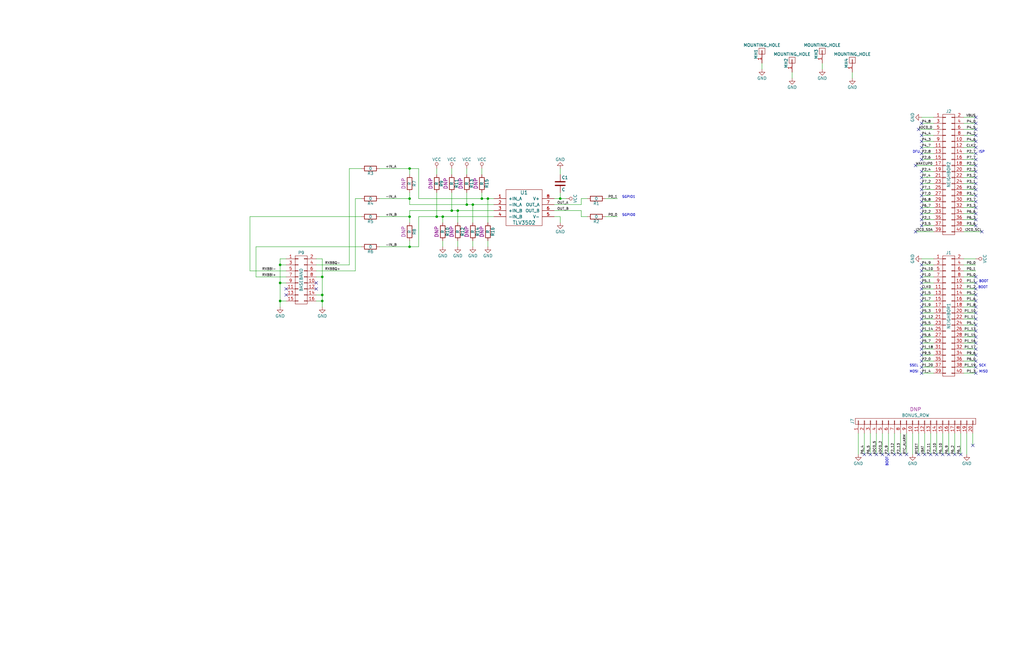
<source format=kicad_sch>
(kicad_sch (version 20230121) (generator eeschema)
  (paper "USLedger")
  (title_block (title "Quince") (date "2019-01-26") (company "Copyright 2019 Great Scott Gadgets") (comment 1 "License: BSD-3-Clause"))
  (lib_symbols
    (symbol "quince-rescue:C" (pin_numbers hide) (pin_names (offset 0.254))
      (property "Reference" "C" (at 0.635 2.54 0))
      (property "Value" "C" (at 0.635 -2.54 0))
      (symbol "C_0_1"
        (polyline (pts (xy -2.032 -0.762) (xy 2.032 -0.762)) (stroke (width 0.508)))
        (polyline (pts (xy -2.032 0.762) (xy 2.032 0.762)) (stroke (width 0.508)))
      )
      (symbol "C_1_1"
        (pin passive line (at 0 3.81 270) (length 2.794) (name "~") (number "1"))
        (pin passive line (at 0 -3.81 90) (length 2.794) (name "~") (number "2"))
      )
    )
    (symbol "quince-rescue:CONN_01X01" (pin_names (offset 1.016) hide)
      (property "Reference" "J" (at 0 2.54 0))
      (property "Value" "CONN_01X01" (at 2.54 0 90))
      (symbol "CONN_01X01_0_1"
        (rectangle (start -1.27 0.127) (end 0.254 -0.127))
        (rectangle (start -1.27 1.27) (end 1.27 -1.27))
      )
      (symbol "CONN_01X01_1_1"
        (pin passive line (at -5.08 0 0) (length 3.81) (name "P1") (number "1"))
      )
    )
    (symbol "quince-rescue:CONN_01X20" (pin_names (offset 1.016) hide)
      (property "Reference" "J" (at 0 26.67 0))
      (property "Value" "CONN_01X20" (at 2.54 0 90))
      (symbol "CONN_01X20_0_1"
        (rectangle (start -1.27 -25.4) (end 1.27 25.4))
        (rectangle (start -1.27 -24.003) (end 0.254 -24.257))
        (rectangle (start -1.27 -21.463) (end 0.254 -21.717))
        (rectangle (start -1.27 -18.923) (end 0.254 -19.177))
        (rectangle (start -1.27 -16.383) (end 0.254 -16.637))
        (rectangle (start -1.27 -13.843) (end 0.254 -14.097))
        (rectangle (start -1.27 -11.303) (end 0.254 -11.557))
        (rectangle (start -1.27 -8.763) (end 0.254 -9.017))
        (rectangle (start -1.27 -6.223) (end 0.254 -6.477))
        (rectangle (start -1.27 -3.683) (end 0.254 -3.937))
        (rectangle (start -1.27 -1.143) (end 0.254 -1.397))
        (rectangle (start -1.27 1.397) (end 0.254 1.143))
        (rectangle (start -1.27 3.937) (end 0.254 3.683))
        (rectangle (start -1.27 6.477) (end 0.254 6.223))
        (rectangle (start -1.27 9.017) (end 0.254 8.763))
        (rectangle (start -1.27 11.557) (end 0.254 11.303))
        (rectangle (start -1.27 14.097) (end 0.254 13.843))
        (rectangle (start -1.27 16.637) (end 0.254 16.383))
        (rectangle (start -1.27 19.177) (end 0.254 18.923))
        (rectangle (start -1.27 21.717) (end 0.254 21.463))
        (rectangle (start -1.27 24.257) (end 0.254 24.003))
      )
      (symbol "CONN_01X20_1_1"
        (pin passive line (at -5.08 24.13 0) (length 3.81) (name "P1") (number "1"))
        (pin passive line (at -5.08 1.27 0) (length 3.81) (name "P10") (number "10"))
        (pin passive line (at -5.08 -1.27 0) (length 3.81) (name "P11") (number "11"))
        (pin passive line (at -5.08 -3.81 0) (length 3.81) (name "P12") (number "12"))
        (pin passive line (at -5.08 -6.35 0) (length 3.81) (name "P13") (number "13"))
        (pin passive line (at -5.08 -8.89 0) (length 3.81) (name "P14") (number "14"))
        (pin passive line (at -5.08 -11.43 0) (length 3.81) (name "P15") (number "15"))
        (pin passive line (at -5.08 -13.97 0) (length 3.81) (name "P16") (number "16"))
        (pin passive line (at -5.08 -16.51 0) (length 3.81) (name "P17") (number "17"))
        (pin passive line (at -5.08 -19.05 0) (length 3.81) (name "P18") (number "18"))
        (pin passive line (at -5.08 -21.59 0) (length 3.81) (name "P19") (number "19"))
        (pin passive line (at -5.08 21.59 0) (length 3.81) (name "P2") (number "2"))
        (pin passive line (at -5.08 -24.13 0) (length 3.81) (name "P20") (number "20"))
        (pin passive line (at -5.08 19.05 0) (length 3.81) (name "P3") (number "3"))
        (pin passive line (at -5.08 16.51 0) (length 3.81) (name "P4") (number "4"))
        (pin passive line (at -5.08 13.97 0) (length 3.81) (name "P5") (number "5"))
        (pin passive line (at -5.08 11.43 0) (length 3.81) (name "P6") (number "6"))
        (pin passive line (at -5.08 8.89 0) (length 3.81) (name "P7") (number "7"))
        (pin passive line (at -5.08 6.35 0) (length 3.81) (name "P8") (number "8"))
        (pin passive line (at -5.08 3.81 0) (length 3.81) (name "P9") (number "9"))
      )
    )
    (symbol "quince-rescue:CONN_02X08" (pin_names (offset 0.0254) hide)
      (property "Reference" "J" (at 0 11.43 0))
      (property "Value" "CONN_02X08" (at 0 0 90))
      (symbol "CONN_02X08_0_1"
        (rectangle (start -2.54 -8.763) (end -1.27 -9.017))
        (rectangle (start -2.54 -6.223) (end -1.27 -6.477))
        (rectangle (start -2.54 -3.683) (end -1.27 -3.937))
        (rectangle (start -2.54 -1.143) (end -1.27 -1.397))
        (rectangle (start -2.54 1.397) (end -1.27 1.143))
        (rectangle (start -2.54 3.937) (end -1.27 3.683))
        (rectangle (start -2.54 6.477) (end -1.27 6.223))
        (rectangle (start -2.54 9.017) (end -1.27 8.763))
        (rectangle (start -2.54 10.16) (end 2.54 -10.16))
        (rectangle (start 1.27 -8.763) (end 2.54 -9.017))
        (rectangle (start 1.27 -6.223) (end 2.54 -6.477))
        (rectangle (start 1.27 -3.683) (end 2.54 -3.937))
        (rectangle (start 1.27 -1.143) (end 2.54 -1.397))
        (rectangle (start 1.27 1.397) (end 2.54 1.143))
        (rectangle (start 1.27 3.937) (end 2.54 3.683))
        (rectangle (start 1.27 6.477) (end 2.54 6.223))
        (rectangle (start 1.27 9.017) (end 2.54 8.763))
      )
      (symbol "CONN_02X08_1_1"
        (pin passive line (at -6.35 8.89 0) (length 3.81) (name "P1") (number "1"))
        (pin passive line (at 6.35 -1.27 180) (length 3.81) (name "P10") (number "10"))
        (pin passive line (at -6.35 -3.81 0) (length 3.81) (name "P11") (number "11"))
        (pin passive line (at 6.35 -3.81 180) (length 3.81) (name "P12") (number "12"))
        (pin passive line (at -6.35 -6.35 0) (length 3.81) (name "P13") (number "13"))
        (pin passive line (at 6.35 -6.35 180) (length 3.81) (name "P14") (number "14"))
        (pin passive line (at -6.35 -8.89 0) (length 3.81) (name "P15") (number "15"))
        (pin passive line (at 6.35 -8.89 180) (length 3.81) (name "P16") (number "16"))
        (pin passive line (at 6.35 8.89 180) (length 3.81) (name "P2") (number "2"))
        (pin passive line (at -6.35 6.35 0) (length 3.81) (name "P3") (number "3"))
        (pin passive line (at 6.35 6.35 180) (length 3.81) (name "P4") (number "4"))
        (pin passive line (at -6.35 3.81 0) (length 3.81) (name "P5") (number "5"))
        (pin passive line (at 6.35 3.81 180) (length 3.81) (name "P6") (number "6"))
        (pin passive line (at -6.35 1.27 0) (length 3.81) (name "P7") (number "7"))
        (pin passive line (at 6.35 1.27 180) (length 3.81) (name "P8") (number "8"))
        (pin passive line (at -6.35 -1.27 0) (length 3.81) (name "P9") (number "9"))
      )
    )
    (symbol "quince-rescue:CONN_02X20" (pin_names (offset 0.0254) hide)
      (property "Reference" "J" (at 0 26.67 0))
      (property "Value" "CONN_02X20" (at 0 0 90))
      (symbol "CONN_02X20_0_1"
        (rectangle (start -2.54 -24.003) (end -1.27 -24.257))
        (rectangle (start -2.54 -21.463) (end -1.27 -21.717))
        (rectangle (start -2.54 -18.923) (end -1.27 -19.177))
        (rectangle (start -2.54 -16.383) (end -1.27 -16.637))
        (rectangle (start -2.54 -13.843) (end -1.27 -14.097))
        (rectangle (start -2.54 -11.303) (end -1.27 -11.557))
        (rectangle (start -2.54 -8.763) (end -1.27 -9.017))
        (rectangle (start -2.54 -6.223) (end -1.27 -6.477))
        (rectangle (start -2.54 -3.683) (end -1.27 -3.937))
        (rectangle (start -2.54 -1.143) (end -1.27 -1.397))
        (rectangle (start -2.54 1.397) (end -1.27 1.143))
        (rectangle (start -2.54 3.937) (end -1.27 3.683))
        (rectangle (start -2.54 6.477) (end -1.27 6.223))
        (rectangle (start -2.54 9.017) (end -1.27 8.763))
        (rectangle (start -2.54 11.557) (end -1.27 11.303))
        (rectangle (start -2.54 14.097) (end -1.27 13.843))
        (rectangle (start -2.54 16.637) (end -1.27 16.383))
        (rectangle (start -2.54 19.177) (end -1.27 18.923))
        (rectangle (start -2.54 21.717) (end -1.27 21.463))
        (rectangle (start -2.54 24.257) (end -1.27 24.003))
        (rectangle (start -2.54 25.4) (end 2.54 -25.4))
        (rectangle (start 1.27 -24.003) (end 2.54 -24.257))
        (rectangle (start 1.27 -21.463) (end 2.54 -21.717))
        (rectangle (start 1.27 -18.923) (end 2.54 -19.177))
        (rectangle (start 1.27 -16.383) (end 2.54 -16.637))
        (rectangle (start 1.27 -13.843) (end 2.54 -14.097))
        (rectangle (start 1.27 -11.303) (end 2.54 -11.557))
        (rectangle (start 1.27 -8.763) (end 2.54 -9.017))
        (rectangle (start 1.27 -6.223) (end 2.54 -6.477))
        (rectangle (start 1.27 -3.683) (end 2.54 -3.937))
        (rectangle (start 1.27 -1.143) (end 2.54 -1.397))
        (rectangle (start 1.27 1.397) (end 2.54 1.143))
        (rectangle (start 1.27 3.937) (end 2.54 3.683))
        (rectangle (start 1.27 6.477) (end 2.54 6.223))
        (rectangle (start 1.27 9.017) (end 2.54 8.763))
        (rectangle (start 1.27 11.557) (end 2.54 11.303))
        (rectangle (start 1.27 14.097) (end 2.54 13.843))
        (rectangle (start 1.27 16.637) (end 2.54 16.383))
        (rectangle (start 1.27 19.177) (end 2.54 18.923))
        (rectangle (start 1.27 21.717) (end 2.54 21.463))
        (rectangle (start 1.27 24.257) (end 2.54 24.003))
      )
      (symbol "CONN_02X20_1_1"
        (pin passive line (at -6.35 24.13 0) (length 3.81) (name "P1") (number "1"))
        (pin passive line (at 6.35 13.97 180) (length 3.81) (name "P10") (number "10"))
        (pin passive line (at -6.35 11.43 0) (length 3.81) (name "P11") (number "11"))
        (pin passive line (at 6.35 11.43 180) (length 3.81) (name "P12") (number "12"))
        (pin passive line (at -6.35 8.89 0) (length 3.81) (name "P13") (number "13"))
        (pin passive line (at 6.35 8.89 180) (length 3.81) (name "P14") (number "14"))
        (pin passive line (at -6.35 6.35 0) (length 3.81) (name "P15") (number "15"))
        (pin passive line (at 6.35 6.35 180) (length 3.81) (name "P16") (number "16"))
        (pin passive line (at -6.35 3.81 0) (length 3.81) (name "P17") (number "17"))
        (pin passive line (at 6.35 3.81 180) (length 3.81) (name "P18") (number "18"))
        (pin passive line (at -6.35 1.27 0) (length 3.81) (name "P19") (number "19"))
        (pin passive line (at 6.35 24.13 180) (length 3.81) (name "P2") (number "2"))
        (pin passive line (at 6.35 1.27 180) (length 3.81) (name "P20") (number "20"))
        (pin passive line (at -6.35 -1.27 0) (length 3.81) (name "P21") (number "21"))
        (pin passive line (at 6.35 -1.27 180) (length 3.81) (name "P22") (number "22"))
        (pin passive line (at -6.35 -3.81 0) (length 3.81) (name "P23") (number "23"))
        (pin passive line (at 6.35 -3.81 180) (length 3.81) (name "P24") (number "24"))
        (pin passive line (at -6.35 -6.35 0) (length 3.81) (name "P25") (number "25"))
        (pin passive line (at 6.35 -6.35 180) (length 3.81) (name "P26") (number "26"))
        (pin passive line (at -6.35 -8.89 0) (length 3.81) (name "P27") (number "27"))
        (pin passive line (at 6.35 -8.89 180) (length 3.81) (name "P28") (number "28"))
        (pin passive line (at -6.35 -11.43 0) (length 3.81) (name "P29") (number "29"))
        (pin passive line (at -6.35 21.59 0) (length 3.81) (name "P3") (number "3"))
        (pin passive line (at 6.35 -11.43 180) (length 3.81) (name "P30") (number "30"))
        (pin passive line (at -6.35 -13.97 0) (length 3.81) (name "P31") (number "31"))
        (pin passive line (at 6.35 -13.97 180) (length 3.81) (name "P32") (number "32"))
        (pin passive line (at -6.35 -16.51 0) (length 3.81) (name "P33") (number "33"))
        (pin passive line (at 6.35 -16.51 180) (length 3.81) (name "P34") (number "34"))
        (pin passive line (at -6.35 -19.05 0) (length 3.81) (name "P35") (number "35"))
        (pin passive line (at 6.35 -19.05 180) (length 3.81) (name "P36") (number "36"))
        (pin passive line (at -6.35 -21.59 0) (length 3.81) (name "P37") (number "37"))
        (pin passive line (at 6.35 -21.59 180) (length 3.81) (name "P38") (number "38"))
        (pin passive line (at -6.35 -24.13 0) (length 3.81) (name "P39") (number "39"))
        (pin passive line (at 6.35 21.59 180) (length 3.81) (name "P4") (number "4"))
        (pin passive line (at 6.35 -24.13 180) (length 3.81) (name "P40") (number "40"))
        (pin passive line (at -6.35 19.05 0) (length 3.81) (name "P5") (number "5"))
        (pin passive line (at 6.35 19.05 180) (length 3.81) (name "P6") (number "6"))
        (pin passive line (at -6.35 16.51 0) (length 3.81) (name "P7") (number "7"))
        (pin passive line (at 6.35 16.51 180) (length 3.81) (name "P8") (number "8"))
        (pin passive line (at -6.35 13.97 0) (length 3.81) (name "P9") (number "9"))
      )
    )
    (symbol "quince-rescue:GND" (power) (pin_names (offset 0))
      (property "Value" "GND" (at 0 -3.81 0))
      (symbol "GND_0_1"
        (polyline (pts (xy 0 0) (xy 0 -1.27) (xy 1.27 -1.27) (xy 0 -2.54) (xy -1.27 -1.27) (xy 0 -1.27)))
      )
      (symbol "GND_1_1"
        (pin power_in line (at 0 0 270) (length 0) hide (name "GND") (number "1"))
      )
    )
    (symbol "quince-rescue:R" (pin_numbers hide) (pin_names (offset 0))
      (property "Reference" "R" (at 2.032 0 90))
      (property "Value" "R" (at 0 0 90))
      (symbol "R_0_1"
        (rectangle (start -1.016 -2.54) (end 1.016 2.54) (stroke (width 0.254)))
      )
      (symbol "R_1_1"
        (pin passive line (at 0 3.81 270) (length 1.27) (name "~") (number "1"))
        (pin passive line (at 0 -3.81 90) (length 1.27) (name "~") (number "2"))
      )
    )
    (symbol "quince-rescue:TLV3502" (pin_names (offset 1.016))
      (property "Reference" "U" (at 0 6.35 0))
      (property "Value" "TLV3502" (at 0 -6.35 0))
      (symbol "TLV3502_0_1"
        (rectangle (start -7.62 7.62) (end 7.62 -7.62))
      )
      (symbol "TLV3502_1_1"
        (pin input line (at -12.7 3.81 0) (length 5.08) (name "+IN_A") (number "1"))
        (pin input line (at -12.7 1.27 0) (length 5.08) (name "-IN_A") (number "2"))
        (pin input line (at -12.7 -1.27 0) (length 5.08) (name "+IN_B") (number "3"))
        (pin input line (at -12.7 -3.81 0) (length 5.08) (name "-IN_B") (number "4"))
        (pin power_in line (at 12.7 -3.81 180) (length 5.08) (name "V-") (number "5"))
        (pin output line (at 12.7 -1.27 180) (length 5.08) (name "OUT_B") (number "6"))
        (pin output line (at 12.7 1.27 180) (length 5.08) (name "OUT_A") (number "7"))
        (pin power_in line (at 12.7 3.81 180) (length 5.08) (name "V+") (number "8"))
      )
    )
    (symbol "quince-rescue:VCC" (power) (pin_names (offset 0))
      (property "Value" "VCC" (at 0 3.81 0))
      (symbol "VCC_0_1"
        (polyline (pts (xy 0 0) (xy 0 1.27)))
        (circle (center 0 1.905) (radius 0.635))
      )
      (symbol "VCC_1_1"
        (pin power_in line (at 0 0 90) (length 0) hide (name "VCC") (number "1"))
      )
    )
  )
  (junction (at 172.72 83.82))
  (junction (at 172.72 71.12))
  (junction (at 172.72 104.14))
  (junction (at 199.39 86.36))
  (junction (at 193.04 88.9))
  (junction (at 190.5 88.9))
  (junction (at 203.2 83.82))
  (junction (at 186.69 91.44))
  (junction (at 172.72 91.44))
  (junction (at 184.15 91.44))
  (junction (at 135.89 124.46))
  (junction (at 205.74 83.82))
  (junction (at 135.89 127))
  (junction (at 236.22 83.82))
  (junction (at 196.85 86.36))
  (junction (at 135.89 116.84))
  (junction (at 118.11 127))
  (junction (at 118.11 111.76))
  (junction (at 118.11 119.38))
  (no_connect (at 369.57 191.77))
  (no_connect (at 411.48 157.48))
  (no_connect (at 411.48 67.31))
  (no_connect (at 392.43 191.77))
  (no_connect (at 411.48 152.4))
  (no_connect (at 411.48 80.01))
  (no_connect (at 388.62 52.07))
  (no_connect (at 388.62 147.32))
  (no_connect (at 388.62 72.39))
  (no_connect (at 400.05 191.77))
  (no_connect (at 133.35 121.92))
  (no_connect (at 387.35 54.61))
  (no_connect (at 388.62 67.31))
  (no_connect (at 388.62 124.46))
  (no_connect (at 411.48 137.16))
  (no_connect (at 411.48 64.77))
  (no_connect (at 411.48 116.84))
  (no_connect (at 411.48 129.54))
  (no_connect (at 411.48 144.78))
  (no_connect (at 388.62 129.54))
  (no_connect (at 388.62 77.47))
  (no_connect (at 411.48 154.94))
  (no_connect (at 411.48 92.71))
  (no_connect (at 411.48 132.08))
  (no_connect (at 411.48 69.85))
  (no_connect (at 388.62 62.23))
  (no_connect (at 388.62 80.01))
  (no_connect (at 411.48 127))
  (no_connect (at 411.48 147.32))
  (no_connect (at 411.48 59.69))
  (no_connect (at 388.62 57.15))
  (no_connect (at 410.21 187.96))
  (no_connect (at 411.48 82.55))
  (no_connect (at 386.08 69.85))
  (no_connect (at 388.62 137.16))
  (no_connect (at 377.19 191.77))
  (no_connect (at 411.48 121.92))
  (no_connect (at 411.48 74.93))
  (no_connect (at 411.48 142.24))
  (no_connect (at 388.62 134.62))
  (no_connect (at 374.65 191.77))
  (no_connect (at 411.48 72.39))
  (no_connect (at 388.62 139.7))
  (no_connect (at 388.62 82.55))
  (no_connect (at 133.35 119.38))
  (no_connect (at 411.48 52.07))
  (no_connect (at 388.62 152.4))
  (no_connect (at 364.49 191.77))
  (no_connect (at 388.62 119.38))
  (no_connect (at 388.62 114.3))
  (no_connect (at 388.62 64.77))
  (no_connect (at 386.08 97.79))
  (no_connect (at 411.48 124.46))
  (no_connect (at 388.62 87.63))
  (no_connect (at 388.62 149.86))
  (no_connect (at 387.35 191.77))
  (no_connect (at 402.59 191.77))
  (no_connect (at 388.62 59.69))
  (no_connect (at 411.48 95.25))
  (no_connect (at 372.11 191.77))
  (no_connect (at 388.62 85.09))
  (no_connect (at 411.48 134.62))
  (no_connect (at 394.97 191.77))
  (no_connect (at 388.62 132.08))
  (no_connect (at 411.48 54.61))
  (no_connect (at 388.62 92.71))
  (no_connect (at 120.65 124.46))
  (no_connect (at 411.48 77.47))
  (no_connect (at 411.48 119.38))
  (no_connect (at 414.02 97.79))
  (no_connect (at 411.48 149.86))
  (no_connect (at 405.13 191.77))
  (no_connect (at 411.48 62.23))
  (no_connect (at 397.51 191.77))
  (no_connect (at 388.62 154.94))
  (no_connect (at 388.62 95.25))
  (no_connect (at 388.62 127))
  (no_connect (at 411.48 49.53))
  (no_connect (at 388.62 144.78))
  (no_connect (at 388.62 142.24))
  (no_connect (at 411.48 139.7))
  (no_connect (at 411.48 90.17))
  (no_connect (at 411.48 57.15))
  (no_connect (at 411.48 87.63))
  (no_connect (at 367.03 191.77))
  (no_connect (at 388.62 121.92))
  (no_connect (at 388.62 157.48))
  (no_connect (at 388.62 116.84))
  (no_connect (at 388.62 74.93))
  (no_connect (at 120.65 121.92))
  (no_connect (at 411.48 85.09))
  (no_connect (at 389.89 191.77))
  (no_connect (at 382.27 191.77))
  (no_connect (at 388.62 90.17))
  (no_connect (at 388.62 111.76))
  (no_connect (at 379.73 191.77))
  (wire (pts (xy 172.72 104.14) (xy 172.72 101.6)))
  (wire (pts (xy 411.48 74.93) (xy 406.4 74.93)))
  (wire (pts (xy 388.62 114.3) (xy 393.7 114.3)))
  (wire (pts (xy 118.11 111.76) (xy 118.11 119.38)))
  (wire (pts (xy 118.11 109.22) (xy 118.11 111.76)))
  (wire (pts (xy 388.62 74.93) (xy 393.7 74.93)))
  (wire (pts (xy 193.04 101.6) (xy 193.04 104.14)))
  (wire (pts (xy 411.48 92.71) (xy 406.4 92.71)))
  (wire (pts (xy 406.4 95.25) (xy 411.48 95.25)))
  (wire (pts (xy 160.02 104.14) (xy 172.72 104.14)))
  (wire (pts (xy 361.95 191.77) (xy 361.95 182.88)))
  (wire (pts (xy 233.68 83.82) (xy 236.22 83.82)))
  (wire (pts (xy 387.35 54.61) (xy 393.7 54.61)))
  (wire (pts (xy 107.95 116.84) (xy 120.65 116.84)))
  (wire (pts (xy 411.48 77.47) (xy 406.4 77.47)))
  (wire (pts (xy 411.48 72.39) (xy 406.4 72.39)))
  (wire (pts (xy 321.31 26.67) (xy 321.31 29.21)))
  (wire (pts (xy 120.65 119.38) (xy 118.11 119.38)))
  (wire (pts (xy 411.48 82.55) (xy 406.4 82.55)))
  (wire (pts (xy 411.48 64.77) (xy 406.4 64.77)))
  (wire (pts (xy 411.48 80.01) (xy 406.4 80.01)))
  (wire (pts (xy 411.48 85.09) (xy 406.4 85.09)))
  (wire (pts (xy 382.27 191.77) (xy 382.27 182.88)))
  (wire (pts (xy 172.72 71.12) (xy 172.72 73.66)))
  (wire (pts (xy 388.62 134.62) (xy 393.7 134.62)))
  (wire (pts (xy 172.72 88.9) (xy 172.72 91.44)))
  (wire (pts (xy 193.04 88.9) (xy 193.04 93.98)))
  (wire (pts (xy 393.7 92.71) (xy 388.62 92.71)))
  (wire (pts (xy 203.2 83.82) (xy 205.74 83.82)))
  (wire (pts (xy 236.22 91.44) (xy 236.22 93.98)))
  (wire (pts (xy 393.7 82.55) (xy 388.62 82.55)))
  (wire (pts (xy 411.48 132.08) (xy 406.4 132.08)))
  (wire (pts (xy 388.62 95.25) (xy 393.7 95.25)))
  (wire (pts (xy 388.62 49.53) (xy 393.7 49.53)))
  (wire (pts (xy 196.85 71.12) (xy 196.85 73.66)))
  (wire (pts (xy 172.72 88.9) (xy 190.5 88.9)))
  (wire (pts (xy 406.4 134.62) (xy 411.48 134.62)))
  (wire (pts (xy 411.48 137.16) (xy 406.4 137.16)))
  (wire (pts (xy 107.95 104.14) (xy 107.95 116.84)))
  (wire (pts (xy 255.27 83.82) (xy 260.35 83.82)))
  (wire (pts (xy 172.72 71.12) (xy 176.53 71.12)))
  (wire (pts (xy 236.22 83.82) (xy 238.76 83.82)))
  (wire (pts (xy 367.03 191.77) (xy 367.03 182.88)))
  (wire (pts (xy 133.35 109.22) (xy 135.89 109.22)))
  (wire (pts (xy 196.85 86.36) (xy 196.85 81.28)))
  (wire (pts (xy 411.48 49.53) (xy 406.4 49.53)))
  (wire (pts (xy 411.48 116.84) (xy 406.4 116.84)))
  (wire (pts (xy 184.15 71.12) (xy 184.15 73.66)))
  (wire (pts (xy 135.89 109.22) (xy 135.89 116.84)))
  (wire (pts (xy 205.74 83.82) (xy 208.28 83.82)))
  (wire (pts (xy 245.11 88.9) (xy 245.11 91.44)))
  (wire (pts (xy 388.62 77.47) (xy 393.7 77.47)))
  (wire (pts (xy 160.02 91.44) (xy 172.72 91.44)))
  (wire (pts (xy 184.15 91.44) (xy 184.15 81.28)))
  (wire (pts (xy 120.65 127) (xy 118.11 127)))
  (wire (pts (xy 172.72 104.14) (xy 176.53 104.14)))
  (wire (pts (xy 135.89 124.46) (xy 135.89 127)))
  (wire (pts (xy 393.7 97.79) (xy 386.08 97.79)))
  (wire (pts (xy 236.22 73.66) (xy 236.22 71.12)))
  (wire (pts (xy 388.62 109.22) (xy 393.7 109.22)))
  (wire (pts (xy 406.4 114.3) (xy 411.48 114.3)))
  (wire (pts (xy 152.4 83.82) (xy 149.86 83.82)))
  (wire (pts (xy 255.27 91.44) (xy 260.35 91.44)))
  (wire (pts (xy 133.35 124.46) (xy 135.89 124.46)))
  (wire (pts (xy 203.2 71.12) (xy 203.2 73.66)))
  (wire (pts (xy 133.35 116.84) (xy 135.89 116.84)))
  (wire (pts (xy 133.35 127) (xy 135.89 127)))
  (wire (pts (xy 389.89 191.77) (xy 389.89 182.88)))
  (wire (pts (xy 411.48 59.69) (xy 406.4 59.69)))
  (wire (pts (xy 120.65 109.22) (xy 118.11 109.22)))
  (wire (pts (xy 105.41 91.44) (xy 105.41 114.3)))
  (wire (pts (xy 400.05 191.77) (xy 400.05 182.88)))
  (wire (pts (xy 176.53 104.14) (xy 176.53 91.44)))
  (wire (pts (xy 392.43 191.77) (xy 392.43 182.88)))
  (wire (pts (xy 388.62 152.4) (xy 393.7 152.4)))
  (wire (pts (xy 406.4 52.07) (xy 411.48 52.07)))
  (wire (pts (xy 411.48 152.4) (xy 406.4 152.4)))
  (wire (pts (xy 414.02 97.79) (xy 406.4 97.79)))
  (wire (pts (xy 147.32 111.76) (xy 133.35 111.76)))
  (wire (pts (xy 393.7 69.85) (xy 386.08 69.85)))
  (wire (pts (xy 118.11 119.38) (xy 118.11 127)))
  (wire (pts (xy 233.68 88.9) (xy 245.11 88.9)))
  (wire (pts (xy 397.51 191.77) (xy 397.51 182.88)))
  (wire (pts (xy 411.48 54.61) (xy 406.4 54.61)))
  (wire (pts (xy 406.4 139.7) (xy 411.48 139.7)))
  (wire (pts (xy 176.53 71.12) (xy 176.53 83.82)))
  (wire (pts (xy 411.48 121.92) (xy 406.4 121.92)))
  (wire (pts (xy 406.4 109.22) (xy 411.48 109.22)))
  (wire (pts (xy 149.86 114.3) (xy 133.35 114.3)))
  (wire (pts (xy 184.15 91.44) (xy 186.69 91.44)))
  (wire (pts (xy 411.48 62.23) (xy 406.4 62.23)))
  (wire (pts (xy 388.62 59.69) (xy 393.7 59.69)))
  (wire (pts (xy 135.89 127) (xy 135.89 129.54)))
  (wire (pts (xy 406.4 157.48) (xy 411.48 157.48)))
  (wire (pts (xy 388.62 52.07) (xy 393.7 52.07)))
  (wire (pts (xy 160.02 83.82) (xy 172.72 83.82)))
  (wire (pts (xy 205.74 101.6) (xy 205.74 104.14)))
  (wire (pts (xy 393.7 87.63) (xy 388.62 87.63)))
  (wire (pts (xy 388.62 137.16) (xy 393.7 137.16)))
  (wire (pts (xy 388.62 80.01) (xy 393.7 80.01)))
  (wire (pts (xy 190.5 88.9) (xy 190.5 81.28)))
  (wire (pts (xy 402.59 191.77) (xy 402.59 182.88)))
  (wire (pts (xy 236.22 81.28) (xy 236.22 83.82)))
  (wire (pts (xy 411.48 87.63) (xy 406.4 87.63)))
  (wire (pts (xy 388.62 154.94) (xy 393.7 154.94)))
  (wire (pts (xy 152.4 104.14) (xy 107.95 104.14)))
  (wire (pts (xy 205.74 83.82) (xy 205.74 93.98)))
  (wire (pts (xy 245.11 83.82) (xy 247.65 83.82)))
  (wire (pts (xy 233.68 86.36) (xy 245.11 86.36)))
  (wire (pts (xy 411.48 147.32) (xy 406.4 147.32)))
  (wire (pts (xy 176.53 91.44) (xy 184.15 91.44)))
  (wire (pts (xy 176.53 83.82) (xy 203.2 83.82)))
  (wire (pts (xy 377.19 191.77) (xy 377.19 182.88)))
  (wire (pts (xy 384.81 191.77) (xy 384.81 182.88)))
  (wire (pts (xy 405.13 191.77) (xy 405.13 182.88)))
  (wire (pts (xy 406.4 129.54) (xy 411.48 129.54)))
  (wire (pts (xy 193.04 88.9) (xy 208.28 88.9)))
  (wire (pts (xy 374.65 191.77) (xy 374.65 182.88)))
  (wire (pts (xy 393.7 157.48) (xy 388.62 157.48)))
  (wire (pts (xy 379.73 191.77) (xy 379.73 182.88)))
  (wire (pts (xy 388.62 147.32) (xy 393.7 147.32)))
  (wire (pts (xy 160.02 71.12) (xy 172.72 71.12)))
  (wire (pts (xy 388.62 119.38) (xy 393.7 119.38)))
  (wire (pts (xy 105.41 114.3) (xy 120.65 114.3)))
  (wire (pts (xy 410.21 187.96) (xy 410.21 182.88)))
  (wire (pts (xy 186.69 101.6) (xy 186.69 104.14)))
  (wire (pts (xy 394.97 191.77) (xy 394.97 182.88)))
  (wire (pts (xy 411.48 57.15) (xy 406.4 57.15)))
  (wire (pts (xy 199.39 101.6) (xy 199.39 104.14)))
  (wire (pts (xy 388.62 149.86) (xy 393.7 149.86)))
  (wire (pts (xy 388.62 129.54) (xy 393.7 129.54)))
  (wire (pts (xy 196.85 86.36) (xy 199.39 86.36)))
  (wire (pts (xy 149.86 83.82) (xy 149.86 114.3)))
  (wire (pts (xy 411.48 111.76) (xy 406.4 111.76)))
  (wire (pts (xy 406.4 144.78) (xy 411.48 144.78)))
  (wire (pts (xy 372.11 191.77) (xy 372.11 182.88)))
  (wire (pts (xy 388.62 85.09) (xy 393.7 85.09)))
  (wire (pts (xy 190.5 88.9) (xy 193.04 88.9)))
  (wire (pts (xy 393.7 57.15) (xy 388.62 57.15)))
  (wire (pts (xy 406.4 124.46) (xy 411.48 124.46)))
  (wire (pts (xy 186.69 91.44) (xy 208.28 91.44)))
  (wire (pts (xy 152.4 71.12) (xy 147.32 71.12)))
  (wire (pts (xy 120.65 111.76) (xy 118.11 111.76)))
  (wire (pts (xy 199.39 86.36) (xy 199.39 93.98)))
  (wire (pts (xy 388.62 139.7) (xy 393.7 139.7)))
  (wire (pts (xy 245.11 91.44) (xy 247.65 91.44)))
  (wire (pts (xy 152.4 91.44) (xy 105.41 91.44)))
  (wire (pts (xy 388.62 116.84) (xy 393.7 116.84)))
  (wire (pts (xy 411.48 142.24) (xy 406.4 142.24)))
  (wire (pts (xy 190.5 71.12) (xy 190.5 73.66)))
  (wire (pts (xy 388.62 67.31) (xy 393.7 67.31)))
  (wire (pts (xy 388.62 144.78) (xy 393.7 144.78)))
  (wire (pts (xy 199.39 86.36) (xy 208.28 86.36)))
  (wire (pts (xy 245.11 86.36) (xy 245.11 83.82)))
  (wire (pts (xy 359.41 30.48) (xy 359.41 33.02)))
  (wire (pts (xy 406.4 119.38) (xy 411.48 119.38)))
  (wire (pts (xy 118.11 127) (xy 118.11 129.54)))
  (wire (pts (xy 172.72 91.44) (xy 172.72 93.98)))
  (wire (pts (xy 388.62 64.77) (xy 393.7 64.77)))
  (wire (pts (xy 407.67 191.77) (xy 407.67 182.88)))
  (wire (pts (xy 369.57 191.77) (xy 369.57 182.88)))
  (wire (pts (xy 411.48 90.17) (xy 406.4 90.17)))
  (wire (pts (xy 233.68 91.44) (xy 236.22 91.44)))
  (wire (pts (xy 388.62 62.23) (xy 393.7 62.23)))
  (wire (pts (xy 411.48 67.31) (xy 406.4 67.31)))
  (wire (pts (xy 172.72 83.82) (xy 172.72 86.36)))
  (wire (pts (xy 203.2 83.82) (xy 203.2 81.28)))
  (wire (pts (xy 393.7 72.39) (xy 388.62 72.39)))
  (wire (pts (xy 186.69 91.44) (xy 186.69 93.98)))
  (wire (pts (xy 364.49 191.77) (xy 364.49 182.88)))
  (wire (pts (xy 147.32 71.12) (xy 147.32 111.76)))
  (wire (pts (xy 387.35 191.77) (xy 387.35 182.88)))
  (wire (pts (xy 388.62 132.08) (xy 393.7 132.08)))
  (wire (pts (xy 334.01 30.48) (xy 334.01 33.02)))
  (wire (pts (xy 406.4 149.86) (xy 411.48 149.86)))
  (wire (pts (xy 172.72 81.28) (xy 172.72 83.82)))
  (wire (pts (xy 388.62 142.24) (xy 393.7 142.24)))
  (wire (pts (xy 388.62 121.92) (xy 393.7 121.92)))
  (wire (pts (xy 411.48 69.85) (xy 406.4 69.85)))
  (wire (pts (xy 388.62 90.17) (xy 393.7 90.17)))
  (wire (pts (xy 388.62 124.46) (xy 393.7 124.46)))
  (wire (pts (xy 411.48 154.94) (xy 406.4 154.94)))
  (wire (pts (xy 388.62 111.76) (xy 393.7 111.76)))
  (wire (pts (xy 411.48 127) (xy 406.4 127)))
  (wire (pts (xy 346.71 26.67) (xy 346.71 29.21)))
  (wire (pts (xy 135.89 116.84) (xy 135.89 124.46)))
  (wire (pts (xy 388.62 127) (xy 393.7 127)))
  (wire (pts (xy 172.72 86.36) (xy 196.85 86.36)))
  (text "BOOT" (at 412.75 119.38 0) (effects (font (size 1.016 1.016)) (justify left bottom)))
  (text "SSEL" (at 387.35 154.94 0) (effects (font (size 1.016 1.016)) (justify right bottom)))
  (text "SGPIO1" (at 267.97 83.82 0) (effects (font (size 1.016 1.016)) (justify right bottom)))
  (text "MOSI" (at 387.35 157.48 0) (effects (font (size 1.016 1.016)) (justify right bottom)))
  (text "DFU" (at 384.81 64.77 0) (effects (font (size 1.016 1.016)) (justify left bottom)))
  (text "MISO" (at 412.75 157.48 0) (effects (font (size 1.016 1.016)) (justify left bottom)))
  (text "SGPIO0" (at 267.97 91.44 0) (effects (font (size 1.016 1.016)) (justify right bottom)))
  (text "BOOT" (at 416.56 121.92 0) (effects (font (size 1.016 1.016)) (justify right bottom)))
  (text "BOOT" (at 374.65 196.85 90) (effects (font (size 1.016 1.016)) (justify left bottom)))
  (text "ISP" (at 415.29 64.77 0) (effects (font (size 1.016 1.016)) (justify right bottom)))
  (text "SCK" (at 412.75 154.94 0) (effects (font (size 1.016 1.016)) (justify left bottom)))
  (label "RTC_ALARM" (at 382.27 191.77 90) (effects (font (size 1.016 1.016))))
  (label "ADC0_2" (at 372.11 191.77 90) (effects (font (size 1.016 1.016))))
  (label "P1_6" (at 411.48 127 180) (effects (font (size 1.016 1.016))))
  (label "P1_1" (at 411.48 119.38 180) (effects (font (size 1.016 1.016))))
  (label "P5_0" (at 411.48 116.84 180) (effects (font (size 1.016 1.016))))
  (label "P1_17" (at 411.48 147.32 180) (effects (font (size 1.016 1.016))))
  (label "P2_6" (at 388.62 67.31 0) (effects (font (size 1.016 1.016))))
  (label "P7_2" (at 388.62 77.47 0) (effects (font (size 1.016 1.016))))
  (label "P4_5" (at 411.48 54.61 180) (effects (font (size 1.016 1.016))))
  (label "P2_10" (at 394.97 191.77 90) (effects (font (size 1.016 1.016))))
  (label "P2_5" (at 411.48 69.85 180) (effects (font (size 1.016 1.016))))
  (label "P1_13" (at 411.48 139.7 180) (effects (font (size 1.016 1.016))))
  (label "P0_0" (at 260.35 91.44 180) (effects (font (size 1.016 1.016))))
  (label "P5_5" (at 388.62 137.16 0) (effects (font (size 1.016 1.016))))
  (label "P5_7" (at 388.62 144.78 0) (effects (font (size 1.016 1.016))))
  (label "P6_10" (at 397.51 191.77 90) (effects (font (size 1.016 1.016))))
  (label "P2_0" (at 388.62 152.4 0) (effects (font (size 1.016 1.016))))
  (label "P1_9" (at 388.62 129.54 0) (effects (font (size 1.016 1.016))))
  (label "ADC0_5" (at 369.57 191.77 90) (effects (font (size 1.016 1.016))))
  (label "RESET" (at 387.35 191.77 90) (effects (font (size 1.016 1.016))))
  (label "P7_1" (at 388.62 80.01 0) (effects (font (size 1.016 1.016))))
  (label "P4_7" (at 388.62 62.23 0) (effects (font (size 1.016 1.016))))
  (label "P6_2" (at 402.59 191.77 90) (effects (font (size 1.016 1.016))))
  (label "P5_2" (at 411.48 124.46 180) (effects (font (size 1.016 1.016))))
  (label "P4_10" (at 388.62 114.3 0) (effects (font (size 1.016 1.016))))
  (label "P3_2" (at 411.48 74.93 180) (effects (font (size 1.016 1.016))))
  (label "P0_1" (at 411.48 114.3 180) (effects (font (size 1.016 1.016))))
  (label "P5_6" (at 388.62 142.24 0) (effects (font (size 1.016 1.016))))
  (label "RXBBQ+" (at 143.51 114.3 180) (effects (font (size 1.016 1.016))))
  (label "PF_4" (at 388.62 74.93 0) (effects (font (size 1.016 1.016))))
  (label "P1_16" (at 411.48 144.78 180) (effects (font (size 1.016 1.016))))
  (label "P2_11" (at 392.43 191.77 90) (effects (font (size 1.016 1.016))))
  (label "P3_3" (at 411.48 87.63 180) (effects (font (size 1.016 1.016))))
  (label "P6_1" (at 405.13 191.77 90) (effects (font (size 1.016 1.016))))
  (label "P4_3" (at 388.62 59.69 0) (effects (font (size 1.016 1.016))))
  (label "-IN_A" (at 162.56 83.82 0) (effects (font (size 1.016 1.016))))
  (label "RXBBI+" (at 110.49 116.84 0) (effects (font (size 1.016 1.016))))
  (label "P2_8" (at 388.62 64.77 0) (effects (font (size 1.016 1.016))))
  (label "P3_7" (at 411.48 85.09 180) (effects (font (size 1.016 1.016))))
  (label "I2C0_SDA" (at 386.08 97.79 0) (effects (font (size 1.016 1.016))))
  (label "P3_0" (at 411.48 80.01 180) (effects (font (size 1.016 1.016))))
  (label "P6_5" (at 367.03 191.77 90) (effects (font (size 1.016 1.016))))
  (label "P5_1" (at 388.62 119.38 0) (effects (font (size 1.016 1.016))))
  (label "P6_8" (at 388.62 85.09 0) (effects (font (size 1.016 1.016))))
  (label "P1_19" (at 411.48 154.94 180) (effects (font (size 1.016 1.016))))
  (label "P4_0" (at 411.48 52.07 180) (effects (font (size 1.016 1.016))))
  (label "P2_7" (at 411.48 64.77 180) (effects (font (size 1.016 1.016))))
  (label "P1_8" (at 411.48 129.54 180) (effects (font (size 1.016 1.016))))
  (label "P2_1" (at 388.62 92.71 0) (effects (font (size 1.016 1.016))))
  (label "P5_3" (at 388.62 132.08 0) (effects (font (size 1.016 1.016))))
  (label "-IN_B" (at 162.56 104.14 0) (effects (font (size 1.016 1.016))))
  (label "P1_2" (at 411.48 121.92 180) (effects (font (size 1.016 1.016))))
  (label "P1_3" (at 411.48 157.48 180) (effects (font (size 1.016 1.016))))
  (label "P1_14" (at 388.62 139.7 0) (effects (font (size 1.016 1.016))))
  (label "P4_9" (at 388.62 111.76 0) (effects (font (size 1.016 1.016))))
  (label "P6_6" (at 411.48 90.17 180) (effects (font (size 1.016 1.016))))
  (label "ADC0_0" (at 387.35 54.61 0) (effects (font (size 1.016 1.016))))
  (label "P1_20" (at 388.62 154.94 0) (effects (font (size 1.016 1.016))))
  (label "P6_3" (at 411.48 92.71 180) (effects (font (size 1.016 1.016))))
  (label "P1_4" (at 388.62 157.48 0) (effects (font (size 1.016 1.016))))
  (label "P4_2" (at 411.48 57.15 180) (effects (font (size 1.016 1.016))))
  (label "P2_4" (at 388.62 72.39 0) (effects (font (size 1.016 1.016))))
  (label "OUT_A" (at 234.95 86.36 0) (effects (font (size 1.016 1.016))))
  (label "P0_0" (at 411.48 111.76 180) (effects (font (size 1.016 1.016))))
  (label "CLK2" (at 411.48 62.23 180) (effects (font (size 1.016 1.016))))
  (label "P6_0" (at 411.48 152.4 180) (effects (font (size 1.016 1.016))))
  (label "OUT_B" (at 234.95 88.9 0) (effects (font (size 1.016 1.016))))
  (label "VBUS" (at 411.48 49.53 180) (effects (font (size 1.016 1.016))))
  (label "P3_4" (at 411.48 82.55 180) (effects (font (size 1.016 1.016))))
  (label "P2_3" (at 411.48 72.39 180) (effects (font (size 1.016 1.016))))
  (label "P1_12" (at 388.62 134.62 0) (effects (font (size 1.016 1.016))))
  (label "P3_6" (at 411.48 95.25 180) (effects (font (size 1.016 1.016))))
  (label "P0_1" (at 260.35 83.82 180) (effects (font (size 1.016 1.016))))
  (label "P1_0" (at 388.62 116.84 0) (effects (font (size 1.016 1.016))))
  (label "P3_1" (at 411.48 77.47 180) (effects (font (size 1.016 1.016))))
  (label "P4_4" (at 388.62 57.15 0) (effects (font (size 1.016 1.016))))
  (label "P1_10" (at 411.48 132.08 180) (effects (font (size 1.016 1.016))))
  (label "P4_8" (at 388.62 52.07 0) (effects (font (size 1.016 1.016))))
  (label "P2_13" (at 379.73 191.77 90) (effects (font (size 1.016 1.016))))
  (label "+IN_A" (at 162.56 71.12 0) (effects (font (size 1.016 1.016))))
  (label "P2_9" (at 374.65 191.77 90) (effects (font (size 1.016 1.016))))
  (label "P6_9" (at 400.05 191.77 90) (effects (font (size 1.016 1.016))))
  (label "P1_7" (at 388.62 127 0) (effects (font (size 1.016 1.016))))
  (label "CLK0" (at 388.62 121.92 0) (effects (font (size 1.016 1.016))))
  (label "P2_2" (at 388.62 90.17 0) (effects (font (size 1.016 1.016))))
  (label "P1_11" (at 411.48 134.62 180) (effects (font (size 1.016 1.016))))
  (label "P4_6" (at 411.48 59.69 180) (effects (font (size 1.016 1.016))))
  (label "P6_7" (at 388.62 87.63 0) (effects (font (size 1.016 1.016))))
  (label "RXBBQ-" (at 143.51 111.76 180) (effects (font (size 1.016 1.016))))
  (label "P9_5" (at 388.62 149.86 0) (effects (font (size 1.016 1.016))))
  (label "P1_18" (at 388.62 147.32 0) (effects (font (size 1.016 1.016))))
  (label "RXBBI-" (at 110.49 114.3 0) (effects (font (size 1.016 1.016))))
  (label "I2C0_SCL" (at 414.02 97.79 180) (effects (font (size 1.016 1.016))))
  (label "WAKEUP0" (at 386.08 69.85 0) (effects (font (size 1.016 1.016))))
  (label "+IN_B" (at 162.56 91.44 0) (effects (font (size 1.016 1.016))))
  (label "P7_7" (at 411.48 67.31 180) (effects (font (size 1.016 1.016))))
  (label "P1_5" (at 388.62 124.46 0) (effects (font (size 1.016 1.016))))
  (label "VBAT" (at 389.89 191.77 90) (effects (font (size 1.016 1.016))))
  (label "P1_15" (at 411.48 142.24 180) (effects (font (size 1.016 1.016))))
  (label "P7_0" (at 388.62 82.55 0) (effects (font (size 1.016 1.016))))
  (label "P3_5" (at 388.62 95.25 0) (effects (font (size 1.016 1.016))))
  (label "P9_6" (at 411.48 149.86 180) (effects (font (size 1.016 1.016))))
  (label "P2_12" (at 377.19 191.77 90) (effects (font (size 1.016 1.016))))
  (label "P6_4" (at 364.49 191.77 90) (effects (font (size 1.016 1.016))))
  (label "P5_4" (at 411.48 137.16 180) (effects (font (size 1.016 1.016))))
  (symbol (lib_id "quince-rescue:CONN_02X20") (at 400.05 73.66 0) (unit 1)
    (property "Reference" "J2" (at 400.05 46.99 0))
    (property "Value" "NEIGHBOR2" (at 400.05 73.66 90))
    (property "Footprint" "gsg-modules:HEADER-2x20" (effects hide))
    (property "Manufacturer" "Samtec" (effects hide))
    (property "Part Number" "SSQ-120-23-G-D" (effects hide))
    (property "Description" "CONN RCPT .100\" 40POS DUAL-ROW STACKING GOLD" (effects hide))
    (property "Note" "Alternate: https://www.adafruit.com/products/2223" (effects hide))
  )
  (symbol (lib_id "quince-rescue:GND") (at 388.62 49.53 270) (unit 1)
    (property "Reference" "#PWR01" (effects hide))
    (property "Value" "GND" (at 384.81 49.53 0))
  )
  (symbol (lib_id "quince-rescue:GND") (at 388.62 109.22 270) (unit 1)
    (property "Reference" "#PWR02" (effects hide))
    (property "Value" "GND" (at 384.81 109.22 0))
  )
  (symbol (lib_id "quince-rescue:VCC") (at 411.48 109.22 270) (unit 1)
    (property "Reference" "#PWR03" (effects hide))
    (property "Value" "VCC" (at 415.29 109.22 0))
  )
  (symbol (lib_id "quince-rescue:CONN_02X20") (at 400.05 133.35 0) (unit 1)
    (property "Reference" "J1" (at 400.05 106.68 0))
    (property "Value" "NEIGHBOR1" (at 400.05 133.35 90))
    (property "Footprint" "gsg-modules:HEADER-2x20" (effects hide))
    (property "Manufacturer" "Samtec" (effects hide))
    (property "Part Number" "SSQ-120-23-G-D" (effects hide))
    (property "Description" "CONN RCPT .100\" 40POS DUAL-ROW STACKING GOLD" (effects hide))
    (property "Note" "Alternate: https://www.adafruit.com/products/2223" (effects hide))
  )
  (symbol (lib_id "quince-rescue:CONN_01X01") (at 346.71 21.59 90) (unit 1)
    (property "Reference" "MH3" (at 344.17 22.86 0))
    (property "Value" "MOUNTING_HOLE" (at 346.71 19.05 90))
    (property "Footprint" "gsg-modules:HOLE126MIL-COPPER" (effects hide))
    (property "Note" "DNP" (effects hide))
  )
  (symbol (lib_id "quince-rescue:GND") (at 346.71 29.21 0) (unit 1)
    (property "Reference" "#PWR06" (effects hide))
    (property "Value" "GND" (at 346.71 33.02 0))
  )
  (symbol (lib_id "quince-rescue:CONN_01X01") (at 359.41 25.4 90) (unit 1)
    (property "Reference" "MH4" (at 356.87 26.67 0))
    (property "Value" "MOUNTING_HOLE" (at 359.41 22.86 90))
    (property "Footprint" "gsg-modules:HOLE126MIL-COPPER" (effects hide))
    (property "Note" "DNP" (effects hide))
  )
  (symbol (lib_id "quince-rescue:GND") (at 359.41 33.02 0) (unit 1)
    (property "Reference" "#PWR07" (effects hide))
    (property "Value" "GND" (at 359.41 36.83 0))
  )
  (symbol (lib_id "quince-rescue:CONN_01X01") (at 321.31 21.59 90) (unit 1)
    (property "Reference" "MH1" (at 318.77 22.86 0))
    (property "Value" "MOUNTING_HOLE" (at 321.31 19.05 90))
    (property "Footprint" "gsg-modules:HOLE126MIL-COPPER" (effects hide))
    (property "Note" "DNP" (effects hide))
  )
  (symbol (lib_id "quince-rescue:GND") (at 321.31 29.21 0) (unit 1)
    (property "Reference" "#PWR08" (effects hide))
    (property "Value" "GND" (at 321.31 33.02 0))
  )
  (symbol (lib_id "quince-rescue:CONN_01X01") (at 334.01 25.4 90) (unit 1)
    (property "Reference" "MH2" (at 331.47 26.67 0))
    (property "Value" "MOUNTING_HOLE" (at 334.01 22.86 90))
    (property "Footprint" "gsg-modules:HOLE126MIL-COPPER" (effects hide))
    (property "Note" "DNP" (effects hide))
  )
  (symbol (lib_id "quince-rescue:GND") (at 334.01 33.02 0) (unit 1)
    (property "Reference" "#PWR09" (effects hide))
    (property "Value" "GND" (at 334.01 36.83 0))
  )
  (symbol (lib_id "quince-rescue:GND") (at 407.67 191.77 0) (unit 1)
    (property "Reference" "#PWR010" (effects hide))
    (property "Value" "GND" (at 407.67 195.58 0))
  )
  (symbol (lib_id "quince-rescue:GND") (at 384.81 191.77 0) (unit 1)
    (property "Reference" "#PWR011" (effects hide))
    (property "Value" "GND" (at 384.81 195.58 0))
  )
  (symbol (lib_id "quince-rescue:GND") (at 361.95 191.77 0) (unit 1)
    (property "Reference" "#PWR04" (effects hide))
    (property "Value" "GND" (at 361.95 195.58 0))
  )
  (symbol (lib_id "quince-rescue:CONN_01X20") (at 386.08 177.8 90) (unit 1)
    (property "Reference" "J7" (at 359.41 177.8 0))
    (property "Value" "BONUS_ROW" (at 386.08 175.26 90))
    (property "Footprint" "gsg-modules:HEADER-1x20" (effects hide))
    (property "Manufacturer" "Samtec" (effects hide))
    (property "Part Number" "SSQ-120-23-G-S" (effects hide))
    (property "Description" "CONN RCPT .100\" 20POS SINGLE-ROW STACKING GOLD" (effects hide))
    (property "Note" "DNP" (at 386.08 172.72 90) (effects (font (size 1.524 1.524))))
  )
  (symbol (lib_id "quince-rescue:TLV3502") (at 220.98 87.63 0) (unit 1)
    (property "Reference" "U1" (at 220.98 81.28 0) (effects (font (size 1.524 1.524))))
    (property "Value" "TLV3502" (at 220.98 93.98 0) (effects (font (size 1.524 1.524))))
    (property "Footprint" "gsg-modules:SOIC8-154" (effects hide))
  )
  (symbol (lib_id "quince-rescue:C") (at 236.22 77.47 0) (unit 1)
    (property "Reference" "C1" (at 236.855 74.93 0) (effects (justify left)))
    (property "Value" "C" (at 236.855 80.01 0) (effects (justify left)))
    (property "Footprint" "gsg-modules:0603" (effects hide))
  )
  (symbol (lib_id "quince-rescue:GND") (at 236.22 93.98 0) (unit 1)
    (property "Reference" "#PWR012" (effects hide))
    (property "Value" "GND" (at 236.22 97.79 0))
  )
  (symbol (lib_id "quince-rescue:VCC") (at 238.76 83.82 270) (unit 1)
    (property "Reference" "#PWR013" (effects hide))
    (property "Value" "VCC" (at 242.57 83.82 0))
  )
  (symbol (lib_id "quince-rescue:GND") (at 236.22 71.12 180) (unit 1)
    (property "Reference" "#PWR014" (effects hide))
    (property "Value" "GND" (at 236.22 67.31 0))
  )
  (symbol (lib_id "quince-rescue:R") (at 199.39 97.79 0) (unit 1)
    (property "Reference" "R14" (at 201.422 97.79 90))
    (property "Value" "R" (at 199.39 97.79 90))
    (property "Footprint" "gsg-modules:0603" (effects hide))
    (property "Note" "DNP" (at 196.85 97.79 90) (effects (font (size 1.524 1.524))))
  )
  (symbol (lib_id "quince-rescue:R") (at 205.74 97.79 0) (unit 1)
    (property "Reference" "R16" (at 207.772 97.79 90))
    (property "Value" "R" (at 205.74 97.79 90))
    (property "Footprint" "gsg-modules:0603" (effects hide))
    (property "Note" "DNP" (at 203.2 97.79 90) (effects (font (size 1.524 1.524))))
  )
  (symbol (lib_id "quince-rescue:R") (at 186.69 97.79 0) (unit 1)
    (property "Reference" "R10" (at 188.722 97.79 90))
    (property "Value" "R" (at 186.69 97.79 90))
    (property "Footprint" "gsg-modules:0603" (effects hide))
    (property "Note" "DNP" (at 184.15 97.79 90) (effects (font (size 1.524 1.524))))
  )
  (symbol (lib_id "quince-rescue:R") (at 193.04 97.79 0) (unit 1)
    (property "Reference" "R12" (at 195.072 97.79 90))
    (property "Value" "R" (at 193.04 97.79 90))
    (property "Footprint" "gsg-modules:0603" (effects hide))
    (property "Note" "DNP" (at 190.5 97.79 90) (effects (font (size 1.524 1.524))))
  )
  (symbol (lib_id "quince-rescue:R") (at 196.85 77.47 0) (unit 1)
    (property "Reference" "R13" (at 198.882 77.47 90))
    (property "Value" "R" (at 196.85 77.47 90))
    (property "Footprint" "gsg-modules:0603" (effects hide))
    (property "Note" "DNP" (at 194.31 77.47 90) (effects (font (size 1.524 1.524))))
  )
  (symbol (lib_id "quince-rescue:R") (at 203.2 77.47 0) (unit 1)
    (property "Reference" "R15" (at 205.232 77.47 90))
    (property "Value" "R" (at 203.2 77.47 90))
    (property "Footprint" "gsg-modules:0603" (effects hide))
    (property "Note" "DNP" (at 200.66 77.47 90) (effects (font (size 1.524 1.524))))
  )
  (symbol (lib_id "quince-rescue:R") (at 184.15 77.47 0) (unit 1)
    (property "Reference" "R9" (at 186.182 77.47 90))
    (property "Value" "R" (at 184.15 77.47 90))
    (property "Footprint" "gsg-modules:0603" (effects hide))
    (property "Note" "DNP" (at 181.61 77.47 90) (effects (font (size 1.524 1.524))))
  )
  (symbol (lib_id "quince-rescue:R") (at 190.5 77.47 0) (unit 1)
    (property "Reference" "R11" (at 192.532 77.47 90))
    (property "Value" "R" (at 190.5 77.47 90))
    (property "Footprint" "gsg-modules:0603" (effects hide))
    (property "Note" "DNP" (at 187.96 77.47 90) (effects (font (size 1.524 1.524))))
  )
  (symbol (lib_id "quince-rescue:R") (at 156.21 71.12 270) (unit 1)
    (property "Reference" "R3" (at 156.21 73.152 90))
    (property "Value" "0" (at 156.21 71.12 90))
    (property "Footprint" "gsg-modules:0603" (effects hide))
  )
  (symbol (lib_id "quince-rescue:R") (at 156.21 83.82 270) (unit 1)
    (property "Reference" "R4" (at 156.21 85.852 90))
    (property "Value" "0" (at 156.21 83.82 90))
    (property "Footprint" "gsg-modules:0603" (effects hide))
  )
  (symbol (lib_id "quince-rescue:R") (at 156.21 91.44 270) (unit 1)
    (property "Reference" "R5" (at 156.21 93.472 90))
    (property "Value" "0" (at 156.21 91.44 90))
    (property "Footprint" "gsg-modules:0603" (effects hide))
  )
  (symbol (lib_id "quince-rescue:R") (at 156.21 104.14 270) (unit 1)
    (property "Reference" "R6" (at 156.21 106.172 90))
    (property "Value" "0" (at 156.21 104.14 90))
    (property "Footprint" "gsg-modules:0603" (effects hide))
  )
  (symbol (lib_id "quince-rescue:GND") (at 205.74 104.14 0) (unit 1)
    (property "Reference" "#PWR015" (effects hide))
    (property "Value" "GND" (at 205.74 107.95 0))
  )
  (symbol (lib_id "quince-rescue:GND") (at 199.39 104.14 0) (unit 1)
    (property "Reference" "#PWR016" (effects hide))
    (property "Value" "GND" (at 199.39 107.95 0))
  )
  (symbol (lib_id "quince-rescue:GND") (at 193.04 104.14 0) (unit 1)
    (property "Reference" "#PWR017" (effects hide))
    (property "Value" "GND" (at 193.04 107.95 0))
  )
  (symbol (lib_id "quince-rescue:GND") (at 186.69 104.14 0) (unit 1)
    (property "Reference" "#PWR018" (effects hide))
    (property "Value" "GND" (at 186.69 107.95 0))
  )
  (symbol (lib_id "quince-rescue:VCC") (at 203.2 71.12 0) (unit 1)
    (property "Reference" "#PWR019" (effects hide))
    (property "Value" "VCC" (at 203.2 67.31 0))
  )
  (symbol (lib_id "quince-rescue:VCC") (at 196.85 71.12 0) (unit 1)
    (property "Reference" "#PWR020" (effects hide))
    (property "Value" "VCC" (at 196.85 67.31 0))
  )
  (symbol (lib_id "quince-rescue:VCC") (at 190.5 71.12 0) (unit 1)
    (property "Reference" "#PWR021" (effects hide))
    (property "Value" "VCC" (at 190.5 67.31 0))
  )
  (symbol (lib_id "quince-rescue:VCC") (at 184.15 71.12 0) (unit 1)
    (property "Reference" "#PWR022" (effects hide))
    (property "Value" "VCC" (at 184.15 67.31 0))
  )
  (symbol (lib_id "quince-rescue:R") (at 172.72 77.47 0) (unit 1)
    (property "Reference" "R7" (at 174.752 77.47 90))
    (property "Value" "R" (at 172.72 77.47 90))
    (property "Footprint" "gsg-modules:0603" (effects hide))
    (property "Note" "DNP" (at 170.18 77.47 90) (effects (font (size 1.524 1.524))))
  )
  (symbol (lib_id "quince-rescue:R") (at 172.72 97.79 0) (unit 1)
    (property "Reference" "R8" (at 174.752 97.79 90))
    (property "Value" "R" (at 172.72 97.79 90))
    (property "Footprint" "gsg-modules:0603" (effects hide))
    (property "Note" "DNP" (at 170.18 97.79 90) (effects (font (size 1.524 1.524))))
  )
  (symbol (lib_id "quince-rescue:CONN_02X08") (at 127 118.11 0) (unit 1)
    (property "Reference" "P9" (at 127 106.68 0))
    (property "Value" "BASEBAND" (at 127 118.11 90))
    (property "Footprint" "gsg-modules:HEADER-2x8" (effects hide))
  )
  (symbol (lib_id "quince-rescue:GND") (at 118.11 129.54 0) (unit 1)
    (property "Reference" "#PWR023" (effects hide))
    (property "Value" "GND" (at 118.11 133.35 0))
  )
  (symbol (lib_id "quince-rescue:GND") (at 135.89 129.54 0) (unit 1)
    (property "Reference" "#PWR024" (effects hide))
    (property "Value" "GND" (at 135.89 133.35 0))
  )
  (symbol (lib_id "quince-rescue:R") (at 251.46 83.82 270) (unit 1)
    (property "Reference" "R1" (at 251.46 85.852 90))
    (property "Value" "0" (at 251.46 83.82 90))
    (property "Footprint" "gsg-modules:0603" (effects hide))
  )
  (symbol (lib_id "quince-rescue:R") (at 251.46 91.44 270) (unit 1)
    (property "Reference" "R2" (at 251.46 93.472 90))
    (property "Value" "0" (at 251.46 91.44 90))
    (property "Footprint" "gsg-modules:0603" (effects hide))
  )
)
</source>
